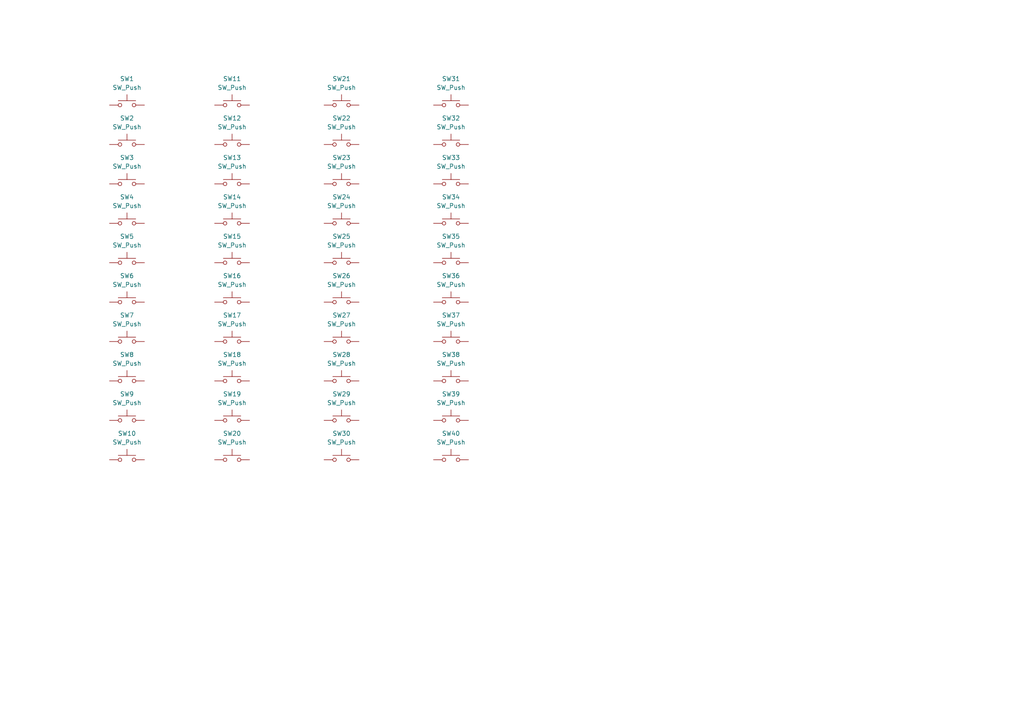
<source format=kicad_sch>
(kicad_sch (version 20231120) (generator "eeschema") (generator_version "8.0")
  (paper "A4")
  (lib_symbols
    (symbol "Switch:SW_Push" (pin_numbers hide) (pin_names (offset 1.016) hide)
      (property "Reference" "SW" (at 1.27 2.54 0))
      (property "Value" "SW_Push" (at 0 -1.524 0))
      (symbol "SW_Push_0_1"
        (circle (center -2.032 0) (radius 0.508))
        (polyline (pts (xy 0 1.27) (xy 0 3.048)))
        (polyline (pts (xy 2.54 1.27) (xy -2.54 1.27)))
        (circle (center 2.032 0) (radius 0.508))
        (pin passive line (at -5.08 0 0) (length 2.54) (name "1") (number "1"))
        (pin passive line (at 5.08 0 180) (length 2.54) (name "2") (number "2"))
      )
    )
  )
  (symbol (lib_id "Switch:SW_Push") (at 67.31 110.49 0) (unit 1)
    (property "Reference" "SW18" (at 67.31 102.87 0))
    (property "Value" "SW_Push" (at 67.31 105.41 0))
    (property "Description" "Push button switch, generic, two pins" (effects (hide yes)))
  )
  (symbol (lib_id "Switch:SW_Push") (at 99.06 41.91 0) (unit 1)
    (property "Reference" "SW22" (at 99.06 34.29 0))
    (property "Value" "SW_Push" (at 99.06 36.83 0))
    (property "Description" "Push button switch, generic, two pins" (effects (hide yes)))
  )
  (symbol (lib_id "Switch:SW_Push") (at 99.06 133.35 0) (unit 1)
    (property "Reference" "SW30" (at 99.06 125.73 0))
    (property "Value" "SW_Push" (at 99.06 128.27 0))
    (property "Description" "Push button switch, generic, two pins" (effects (hide yes)))
  )
  (symbol (lib_id "Switch:SW_Push") (at 99.06 53.34 0) (unit 1)
    (property "Reference" "SW23" (at 99.06 45.72 0))
    (property "Value" "SW_Push" (at 99.06 48.26 0))
    (property "Description" "Push button switch, generic, two pins" (effects (hide yes)))
  )
  (symbol (lib_id "Switch:SW_Push") (at 130.81 110.49 0) (unit 1)
    (property "Reference" "SW38" (at 130.81 102.87 0))
    (property "Value" "SW_Push" (at 130.81 105.41 0))
    (property "Description" "Push button switch, generic, two pins" (effects (hide yes)))
  )
  (symbol (lib_id "Switch:SW_Push") (at 67.31 30.48 0) (unit 1)
    (property "Reference" "SW11" (at 67.31 22.86 0))
    (property "Value" "SW_Push" (at 67.31 25.4 0))
    (property "Description" "Push button switch, generic, two pins" (effects (hide yes)))
  )
  (symbol (lib_id "Switch:SW_Push") (at 67.31 41.91 0) (unit 1)
    (property "Reference" "SW12" (at 67.31 34.29 0))
    (property "Value" "SW_Push" (at 67.31 36.83 0))
    (property "Description" "Push button switch, generic, two pins" (effects (hide yes)))
  )
  (symbol (lib_id "Switch:SW_Push") (at 67.31 87.63 0) (unit 1)
    (property "Reference" "SW16" (at 67.31 80.01 0))
    (property "Value" "SW_Push" (at 67.31 82.55 0))
    (property "Description" "Push button switch, generic, two pins" (effects (hide yes)))
  )
  (symbol (lib_id "Switch:SW_Push") (at 130.81 99.06 0) (unit 1)
    (property "Reference" "SW37" (at 130.81 91.44 0))
    (property "Value" "SW_Push" (at 130.81 93.98 0))
    (property "Description" "Push button switch, generic, two pins" (effects (hide yes)))
  )
  (symbol (lib_id "Switch:SW_Push") (at 130.81 30.48 0) (unit 1)
    (property "Reference" "SW31" (at 130.81 22.86 0))
    (property "Value" "SW_Push" (at 130.81 25.4 0))
    (property "Description" "Push button switch, generic, two pins" (effects (hide yes)))
  )
  (symbol (lib_id "Switch:SW_Push") (at 67.31 99.06 0) (unit 1)
    (property "Reference" "SW17" (at 67.31 91.44 0))
    (property "Value" "SW_Push" (at 67.31 93.98 0))
    (property "Description" "Push button switch, generic, two pins" (effects (hide yes)))
  )
  (symbol (lib_id "Switch:SW_Push") (at 99.06 110.49 0) (unit 1)
    (property "Reference" "SW28" (at 99.06 102.87 0))
    (property "Value" "SW_Push" (at 99.06 105.41 0))
    (property "Description" "Push button switch, generic, two pins" (effects (hide yes)))
  )
  (symbol (lib_id "Switch:SW_Push") (at 36.83 87.63 0) (unit 1)
    (property "Reference" "SW6" (at 36.83 80.01 0))
    (property "Value" "SW_Push" (at 36.83 82.55 0))
    (property "Description" "Push button switch, generic, two pins" (effects (hide yes)))
  )
  (symbol (lib_id "Switch:SW_Push") (at 99.06 87.63 0) (unit 1)
    (property "Reference" "SW26" (at 99.06 80.01 0))
    (property "Value" "SW_Push" (at 99.06 82.55 0))
    (property "Description" "Push button switch, generic, two pins" (effects (hide yes)))
  )
  (symbol (lib_id "Switch:SW_Push") (at 130.81 87.63 0) (unit 1)
    (property "Reference" "SW36" (at 130.81 80.01 0))
    (property "Value" "SW_Push" (at 130.81 82.55 0))
    (property "Description" "Push button switch, generic, two pins" (effects (hide yes)))
  )
  (symbol (lib_id "Switch:SW_Push") (at 130.81 76.2 0) (unit 1)
    (property "Reference" "SW35" (at 130.81 68.58 0))
    (property "Value" "SW_Push" (at 130.81 71.12 0))
    (property "Description" "Push button switch, generic, two pins" (effects (hide yes)))
  )
  (symbol (lib_id "Switch:SW_Push") (at 99.06 99.06 0) (unit 1)
    (property "Reference" "SW27" (at 99.06 91.44 0))
    (property "Value" "SW_Push" (at 99.06 93.98 0))
    (property "Description" "Push button switch, generic, two pins" (effects (hide yes)))
  )
  (symbol (lib_id "Switch:SW_Push") (at 36.83 110.49 0) (unit 1)
    (property "Reference" "SW8" (at 36.83 102.87 0))
    (property "Value" "SW_Push" (at 36.83 105.41 0))
    (property "Description" "Push button switch, generic, two pins" (effects (hide yes)))
  )
  (symbol (lib_id "Switch:SW_Push") (at 36.83 76.2 0) (unit 1)
    (property "Reference" "SW5" (at 36.83 68.58 0))
    (property "Value" "SW_Push" (at 36.83 71.12 0))
    (property "Description" "Push button switch, generic, two pins" (effects (hide yes)))
  )
  (symbol (lib_id "Switch:SW_Push") (at 99.06 64.77 0) (unit 1)
    (property "Reference" "SW24" (at 99.06 57.15 0))
    (property "Value" "SW_Push" (at 99.06 59.69 0))
    (property "Description" "Push button switch, generic, two pins" (effects (hide yes)))
  )
  (symbol (lib_id "Switch:SW_Push") (at 36.83 41.91 0) (unit 1)
    (property "Reference" "SW2" (at 36.83 34.29 0))
    (property "Value" "SW_Push" (at 36.83 36.83 0))
    (property "Description" "Push button switch, generic, two pins" (effects (hide yes)))
  )
  (symbol (lib_id "Switch:SW_Push") (at 130.81 121.92 0) (unit 1)
    (property "Reference" "SW39" (at 130.81 114.3 0))
    (property "Value" "SW_Push" (at 130.81 116.84 0))
    (property "Description" "Push button switch, generic, two pins" (effects (hide yes)))
  )
  (symbol (lib_id "Switch:SW_Push") (at 36.83 99.06 0) (unit 1)
    (property "Reference" "SW7" (at 36.83 91.44 0))
    (property "Value" "SW_Push" (at 36.83 93.98 0))
    (property "Description" "Push button switch, generic, two pins" (effects (hide yes)))
  )
  (symbol (lib_id "Switch:SW_Push") (at 36.83 64.77 0) (unit 1)
    (property "Reference" "SW4" (at 36.83 57.15 0))
    (property "Value" "SW_Push" (at 36.83 59.69 0))
    (property "Description" "Push button switch, generic, two pins" (effects (hide yes)))
  )
  (symbol (lib_id "Switch:SW_Push") (at 130.81 53.34 0) (unit 1)
    (property "Reference" "SW33" (at 130.81 45.72 0))
    (property "Value" "SW_Push" (at 130.81 48.26 0))
    (property "Description" "Push button switch, generic, two pins" (effects (hide yes)))
  )
  (symbol (lib_id "Switch:SW_Push") (at 67.31 76.2 0) (unit 1)
    (property "Reference" "SW15" (at 67.31 68.58 0))
    (property "Value" "SW_Push" (at 67.31 71.12 0))
    (property "Description" "Push button switch, generic, two pins" (effects (hide yes)))
  )
  (symbol (lib_id "Switch:SW_Push") (at 130.81 133.35 0) (unit 1)
    (property "Reference" "SW40" (at 130.81 125.73 0))
    (property "Value" "SW_Push" (at 130.81 128.27 0))
    (property "Description" "Push button switch, generic, two pins" (effects (hide yes)))
  )
  (symbol (lib_id "Switch:SW_Push") (at 36.83 30.48 0) (unit 1)
    (property "Reference" "SW1" (at 36.83 22.86 0))
    (property "Value" "SW_Push" (at 36.83 25.4 0))
    (property "Description" "Push button switch, generic, two pins" (effects (hide yes)))
  )
  (symbol (lib_id "Switch:SW_Push") (at 36.83 133.35 0) (unit 1)
    (property "Reference" "SW10" (at 36.83 125.73 0))
    (property "Value" "SW_Push" (at 36.83 128.27 0))
    (property "Description" "Push button switch, generic, two pins" (effects (hide yes)))
  )
  (symbol (lib_id "Switch:SW_Push") (at 67.31 64.77 0) (unit 1)
    (property "Reference" "SW14" (at 67.31 57.15 0))
    (property "Value" "SW_Push" (at 67.31 59.69 0))
    (property "Description" "Push button switch, generic, two pins" (effects (hide yes)))
  )
  (symbol (lib_id "Switch:SW_Push") (at 130.81 41.91 0) (unit 1)
    (property "Reference" "SW32" (at 130.81 34.29 0))
    (property "Value" "SW_Push" (at 130.81 36.83 0))
    (property "Description" "Push button switch, generic, two pins" (effects (hide yes)))
  )
  (symbol (lib_id "Switch:SW_Push") (at 67.31 121.92 0) (unit 1)
    (property "Reference" "SW19" (at 67.31 114.3 0))
    (property "Value" "SW_Push" (at 67.31 116.84 0))
    (property "Description" "Push button switch, generic, two pins" (effects (hide yes)))
  )
  (symbol (lib_id "Switch:SW_Push") (at 67.31 53.34 0) (unit 1)
    (property "Reference" "SW13" (at 67.31 45.72 0))
    (property "Value" "SW_Push" (at 67.31 48.26 0))
    (property "Description" "Push button switch, generic, two pins" (effects (hide yes)))
  )
  (symbol (lib_id "Switch:SW_Push") (at 36.83 53.34 0) (unit 1)
    (property "Reference" "SW3" (at 36.83 45.72 0))
    (property "Value" "SW_Push" (at 36.83 48.26 0))
    (property "Description" "Push button switch, generic, two pins" (effects (hide yes)))
  )
  (symbol (lib_id "Switch:SW_Push") (at 99.06 121.92 0) (unit 1)
    (property "Reference" "SW29" (at 99.06 114.3 0))
    (property "Value" "SW_Push" (at 99.06 116.84 0))
    (property "Description" "Push button switch, generic, two pins" (effects (hide yes)))
  )
  (symbol (lib_id "Switch:SW_Push") (at 130.81 64.77 0) (unit 1)
    (property "Reference" "SW34" (at 130.81 57.15 0))
    (property "Value" "SW_Push" (at 130.81 59.69 0))
    (property "Description" "Push button switch, generic, two pins" (effects (hide yes)))
  )
  (symbol (lib_id "Switch:SW_Push") (at 99.06 76.2 0) (unit 1)
    (property "Reference" "SW25" (at 99.06 68.58 0))
    (property "Value" "SW_Push" (at 99.06 71.12 0))
    (property "Description" "Push button switch, generic, two pins" (effects (hide yes)))
  )
  (symbol (lib_id "Switch:SW_Push") (at 99.06 30.48 0) (unit 1)
    (property "Reference" "SW21" (at 99.06 22.86 0))
    (property "Value" "SW_Push" (at 99.06 25.4 0))
    (property "Description" "Push button switch, generic, two pins" (effects (hide yes)))
  )
  (symbol (lib_id "Switch:SW_Push") (at 36.83 121.92 0) (unit 1)
    (property "Reference" "SW9" (at 36.83 114.3 0))
    (property "Value" "SW_Push" (at 36.83 116.84 0))
    (property "Description" "Push button switch, generic, two pins" (effects (hide yes)))
  )
  (symbol (lib_id "Switch:SW_Push") (at 67.31 133.35 0) (unit 1)
    (property "Reference" "SW20" (at 67.31 125.73 0))
    (property "Value" "SW_Push" (at 67.31 128.27 0))
    (property "Description" "Push button switch, generic, two pins" (effects (hide yes)))
  )
)
</source>
